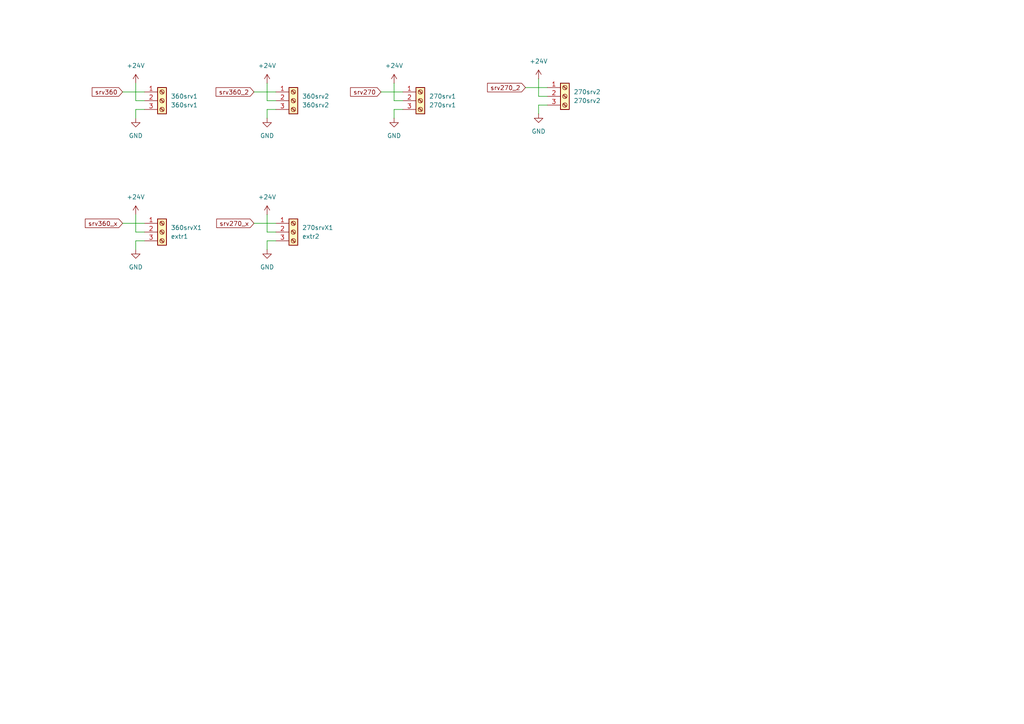
<source format=kicad_sch>
(kicad_sch (version 20231120) (generator "eeschema") (generator_version "8.0")
  (paper "A4")
  (lib_symbols
    (symbol "Connector:Screw_Terminal_01x03" (pin_names (offset 1.016) hide)
      (property "Reference" "J" (at 0 5.08 0))
      (property "Value" "Screw_Terminal_01x03" (at 0 -5.08 0))
      (symbol "Screw_Terminal_01x03_1_1"
        (rectangle (start -1.27 3.81) (end 1.27 -3.81) (stroke (width 0.254)) (fill (type background)))
        (circle (center 0 -2.54) (radius 0.635) (stroke (width 0.1524)))
        (polyline (pts (xy -0.5334 -2.2098) (xy 0.3302 -3.048)) (stroke (width 0.1524)))
        (polyline (pts (xy -0.5334 0.3302) (xy 0.3302 -0.508)) (stroke (width 0.1524)))
        (polyline (pts (xy -0.5334 2.8702) (xy 0.3302 2.032)) (stroke (width 0.1524)))
        (polyline (pts (xy -0.3556 -2.032) (xy 0.508 -2.8702)) (stroke (width 0.1524)))
        (polyline (pts (xy -0.3556 0.508) (xy 0.508 -0.3302)) (stroke (width 0.1524)))
        (polyline (pts (xy -0.3556 3.048) (xy 0.508 2.2098)) (stroke (width 0.1524)))
        (circle (center 0 0) (radius 0.635) (stroke (width 0.1524)))
        (circle (center 0 2.54) (radius 0.635) (stroke (width 0.1524)))
        (pin passive line (at -5.08 2.54 0) (length 3.81) (name "Pin_1") (number "1"))
        (pin passive line (at -5.08 0 0) (length 3.81) (name "Pin_2") (number "2"))
        (pin passive line (at -5.08 -2.54 0) (length 3.81) (name "Pin_3") (number "3"))
      )
    )
    (symbol "power:+24V" (power) (pin_numbers hide) (pin_names (offset 0) hide)
      (property "Value" "+24V" (at 0 3.556 0))
      (symbol "+24V_0_1"
        (polyline (pts (xy -0.762 1.27) (xy 0 2.54)))
        (polyline (pts (xy 0 0) (xy 0 2.54)))
        (polyline (pts (xy 0 2.54) (xy 0.762 1.27)))
      )
      (symbol "+24V_1_1"
        (pin power_in line (at 0 0 90) (length 0) (name "~") (number "1"))
      )
    )
    (symbol "power:GND" (power) (pin_numbers hide) (pin_names (offset 0) hide)
      (property "Value" "GND" (at 0 -3.81 0))
      (symbol "GND_0_1"
        (polyline (pts (xy 0 0) (xy 0 -1.27) (xy 1.27 -1.27) (xy 0 -2.54) (xy -1.27 -1.27) (xy 0 -1.27)))
      )
      (symbol "GND_1_1"
        (pin power_in line (at 0 0 270) (length 0) (name "~") (number "1"))
      )
    )
  )
  (wire (pts (xy 73.66 26.67) (xy 80.01 26.67)))
  (wire (pts (xy 156.21 27.94) (xy 158.75 27.94)))
  (wire (pts (xy 39.37 62.23) (xy 39.37 67.31)))
  (wire (pts (xy 41.91 69.85) (xy 39.37 69.85)))
  (wire (pts (xy 77.47 67.31) (xy 80.01 67.31)))
  (wire (pts (xy 152.4 25.4) (xy 158.75 25.4)))
  (wire (pts (xy 77.47 24.13) (xy 77.47 29.21)))
  (wire (pts (xy 35.56 64.77) (xy 41.91 64.77)))
  (wire (pts (xy 80.01 69.85) (xy 77.47 69.85)))
  (wire (pts (xy 114.3 31.75) (xy 114.3 34.29)))
  (wire (pts (xy 116.84 31.75) (xy 114.3 31.75)))
  (wire (pts (xy 39.37 67.31) (xy 41.91 67.31)))
  (wire (pts (xy 77.47 69.85) (xy 77.47 72.39)))
  (wire (pts (xy 39.37 24.13) (xy 39.37 29.21)))
  (wire (pts (xy 110.49 26.67) (xy 116.84 26.67)))
  (wire (pts (xy 39.37 69.85) (xy 39.37 72.39)))
  (wire (pts (xy 156.21 30.48) (xy 156.21 33.02)))
  (wire (pts (xy 77.47 29.21) (xy 80.01 29.21)))
  (wire (pts (xy 39.37 31.75) (xy 39.37 34.29)))
  (wire (pts (xy 114.3 29.21) (xy 116.84 29.21)))
  (wire (pts (xy 77.47 62.23) (xy 77.47 67.31)))
  (wire (pts (xy 156.21 22.86) (xy 156.21 27.94)))
  (wire (pts (xy 114.3 24.13) (xy 114.3 29.21)))
  (wire (pts (xy 35.56 26.67) (xy 41.91 26.67)))
  (wire (pts (xy 80.01 31.75) (xy 77.47 31.75)))
  (wire (pts (xy 39.37 29.21) (xy 41.91 29.21)))
  (wire (pts (xy 158.75 30.48) (xy 156.21 30.48)))
  (wire (pts (xy 73.66 64.77) (xy 80.01 64.77)))
  (wire (pts (xy 41.91 31.75) (xy 39.37 31.75)))
  (wire (pts (xy 77.47 31.75) (xy 77.47 34.29)))
  (text "SERVO checklist:\nDONE\n\n" (at 9.144 -1.524 0) (effects (font (size 1.27 1.27))))
  (global_label "srv270" (shape input) (at 110.49 26.67 180) (property "Intersheetrefs" "${INTERSHEET_REFS}" (effects (hide yes))))
  (global_label "srv270_x" (shape input) (at 73.66 64.77 180) (property "Intersheetrefs" "${INTERSHEET_REFS}" (effects (hide yes))))
  (global_label "srv360_2" (shape input) (at 73.66 26.67 180) (property "Intersheetrefs" "${INTERSHEET_REFS}" (effects (hide yes))))
  (global_label "srv360" (shape input) (at 35.56 26.67 180) (property "Intersheetrefs" "${INTERSHEET_REFS}" (effects (hide yes))))
  (global_label "srv360_x" (shape input) (at 35.56 64.77 180) (property "Intersheetrefs" "${INTERSHEET_REFS}" (effects (hide yes))))
  (global_label "srv270_2" (shape input) (at 152.4 25.4 180) (property "Intersheetrefs" "${INTERSHEET_REFS}" (effects (hide yes))))
  (symbol (lib_id "power:GND") (at 39.37 34.29 0) (unit 1)
    (property "Reference" "#PWR027" (effects (hide yes)))
    (property "Value" "GND" (at 39.37 39.37 0))
    (property "Description" "Power symbol creates a global label with name \"GND\" , ground" (effects (hide yes)))
  )
  (symbol (lib_id "power:+24V") (at 156.21 22.86 0) (unit 1)
    (property "Reference" "#PWR053" (effects (hide yes)))
    (property "Value" "+24V" (at 156.21 17.78 0))
    (property "Description" "Power symbol creates a global label with name \"+24V\"" (effects (hide yes)))
  )
  (symbol (lib_id "power:GND") (at 77.47 72.39 0) (unit 1)
    (property "Reference" "#PWR058" (effects (hide yes)))
    (property "Value" "GND" (at 77.47 77.47 0))
    (property "Description" "Power symbol creates a global label with name \"GND\" , ground" (effects (hide yes)))
  )
  (symbol (lib_id "power:+24V") (at 77.47 62.23 0) (unit 1)
    (property "Reference" "#PWR057" (effects (hide yes)))
    (property "Value" "+24V" (at 77.47 57.15 0))
    (property "Description" "Power symbol creates a global label with name \"+24V\"" (effects (hide yes)))
  )
  (symbol (lib_id "Connector:Screw_Terminal_01x03") (at 163.83 27.94 0) (unit 1)
    (property "Reference" "270srv2" (at 166.37 26.6699 0) (effects (justify left)))
    (property "Value" "270srv2" (at 166.37 29.2099 0) (effects (justify left)))
    (property "Footprint" "TerminalBlock:TerminalBlock_Xinya_XY308-2.54-3P_1x03_P2.54mm_Horizontal" (effects (hide yes)))
    (property "Description" "Generic screw terminal, single row, 01x03, script generated (kicad-library-utils/schlib/autogen/connector/)" (effects (hide yes)))
  )
  (symbol (lib_id "Connector:Screw_Terminal_01x03") (at 46.99 29.21 0) (unit 1)
    (property "Reference" "360srv1" (at 49.53 27.9399 0) (effects (justify left)))
    (property "Value" "360srv1" (at 49.53 30.4799 0) (effects (justify left)))
    (property "Footprint" "TerminalBlock:TerminalBlock_Xinya_XY308-2.54-3P_1x03_P2.54mm_Horizontal" (effects (hide yes)))
    (property "Description" "Generic screw terminal, single row, 01x03, script generated (kicad-library-utils/schlib/autogen/connector/)" (effects (hide yes)))
  )
  (symbol (lib_id "power:GND") (at 114.3 34.29 0) (unit 1)
    (property "Reference" "#PWR052" (effects (hide yes)))
    (property "Value" "GND" (at 114.3 39.37 0))
    (property "Description" "Power symbol creates a global label with name \"GND\" , ground" (effects (hide yes)))
  )
  (symbol (lib_id "power:+24V") (at 39.37 24.13 0) (unit 1)
    (property "Reference" "#PWR026" (effects (hide yes)))
    (property "Value" "+24V" (at 39.37 19.05 0))
    (property "Description" "Power symbol creates a global label with name \"+24V\"" (effects (hide yes)))
  )
  (symbol (lib_id "Connector:Screw_Terminal_01x03") (at 85.09 29.21 0) (unit 1)
    (property "Reference" "360srv2" (at 87.63 27.9399 0) (effects (justify left)))
    (property "Value" "360srv2" (at 87.63 30.4799 0) (effects (justify left)))
    (property "Footprint" "TerminalBlock:TerminalBlock_Xinya_XY308-2.54-3P_1x03_P2.54mm_Horizontal" (effects (hide yes)))
    (property "Description" "Generic screw terminal, single row, 01x03, script generated (kicad-library-utils/schlib/autogen/connector/)" (effects (hide yes)))
  )
  (symbol (lib_id "power:+24V") (at 114.3 24.13 0) (unit 1)
    (property "Reference" "#PWR030" (effects (hide yes)))
    (property "Value" "+24V" (at 114.3 19.05 0))
    (property "Description" "Power symbol creates a global label with name \"+24V\"" (effects (hide yes)))
  )
  (symbol (lib_id "Connector:Screw_Terminal_01x03") (at 85.09 67.31 0) (unit 1)
    (property "Reference" "270srvX1" (at 87.63 66.0399 0) (effects (justify left)))
    (property "Value" "extr2" (at 87.63 68.5799 0) (effects (justify left)))
    (property "Footprint" "TerminalBlock:TerminalBlock_Xinya_XY308-2.54-3P_1x03_P2.54mm_Horizontal" (effects (hide yes)))
    (property "Description" "Generic screw terminal, single row, 01x03, script generated (kicad-library-utils/schlib/autogen/connector/)" (effects (hide yes)))
  )
  (symbol (lib_id "power:GND") (at 77.47 34.29 0) (unit 1)
    (property "Reference" "#PWR029" (effects (hide yes)))
    (property "Value" "GND" (at 77.47 39.37 0))
    (property "Description" "Power symbol creates a global label with name \"GND\" , ground" (effects (hide yes)))
  )
  (symbol (lib_id "power:+24V") (at 39.37 62.23 0) (unit 1)
    (property "Reference" "#PWR055" (effects (hide yes)))
    (property "Value" "+24V" (at 39.37 57.15 0))
    (property "Description" "Power symbol creates a global label with name \"+24V\"" (effects (hide yes)))
  )
  (symbol (lib_id "Connector:Screw_Terminal_01x03") (at 46.99 67.31 0) (unit 1)
    (property "Reference" "360srvX1" (at 49.53 66.0399 0) (effects (justify left)))
    (property "Value" "extr1" (at 49.53 68.5799 0) (effects (justify left)))
    (property "Footprint" "TerminalBlock:TerminalBlock_Xinya_XY308-2.54-3P_1x03_P2.54mm_Horizontal" (effects (hide yes)))
    (property "Description" "Generic screw terminal, single row, 01x03, script generated (kicad-library-utils/schlib/autogen/connector/)" (effects (hide yes)))
  )
  (symbol (lib_id "Connector:Screw_Terminal_01x03") (at 121.92 29.21 0) (unit 1)
    (property "Reference" "270srv1" (at 124.46 27.9399 0) (effects (justify left)))
    (property "Value" "270srv1" (at 124.46 30.4799 0) (effects (justify left)))
    (property "Footprint" "TerminalBlock:TerminalBlock_Xinya_XY308-2.54-3P_1x03_P2.54mm_Horizontal" (effects (hide yes)))
    (property "Description" "Generic screw terminal, single row, 01x03, script generated (kicad-library-utils/schlib/autogen/connector/)" (effects (hide yes)))
  )
  (symbol (lib_id "power:GND") (at 39.37 72.39 0) (unit 1)
    (property "Reference" "#PWR056" (effects (hide yes)))
    (property "Value" "GND" (at 39.37 77.47 0))
    (property "Description" "Power symbol creates a global label with name \"GND\" , ground" (effects (hide yes)))
  )
  (symbol (lib_id "power:+24V") (at 77.47 24.13 0) (unit 1)
    (property "Reference" "#PWR028" (effects (hide yes)))
    (property "Value" "+24V" (at 77.47 19.05 0))
    (property "Description" "Power symbol creates a global label with name \"+24V\"" (effects (hide yes)))
  )
  (symbol (lib_id "power:GND") (at 156.21 33.02 0) (unit 1)
    (property "Reference" "#PWR054" (effects (hide yes)))
    (property "Value" "GND" (at 156.21 38.1 0))
    (property "Description" "Power symbol creates a global label with name \"GND\" , ground" (effects (hide yes)))
  )
)
</source>
